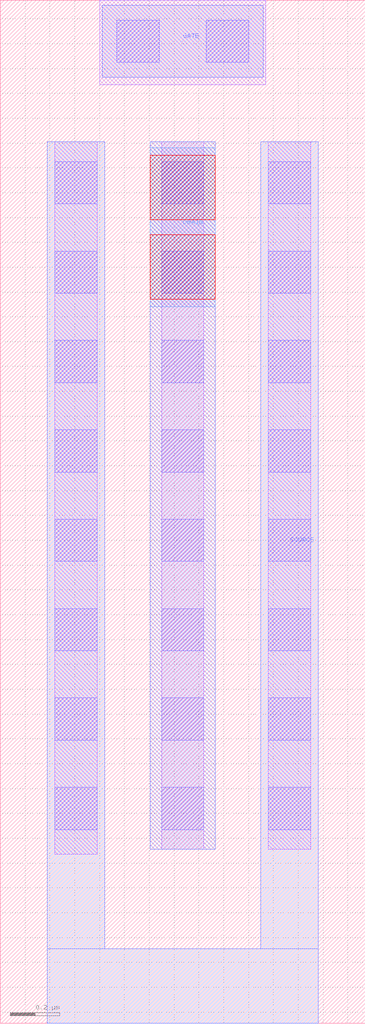
<source format=lef>
# Copyright 2020 The SkyWater PDK Authors
#
# Licensed under the Apache License, Version 2.0 (the "License");
# you may not use this file except in compliance with the License.
# You may obtain a copy of the License at
#
#     https://www.apache.org/licenses/LICENSE-2.0
#
# Unless required by applicable law or agreed to in writing, software
# distributed under the License is distributed on an "AS IS" BASIS,
# WITHOUT WARRANTIES OR CONDITIONS OF ANY KIND, either express or implied.
# See the License for the specific language governing permissions and
# limitations under the License.
#
# SPDX-License-Identifier: Apache-2.0

VERSION 5.7 ;
  NOWIREEXTENSIONATPIN ON ;
  DIVIDERCHAR "/" ;
  BUSBITCHARS "[]" ;
MACRO sky130_fd_pr__rf_pfet_01v8_aF02W3p00L0p15
  CLASS BLOCK ;
  FOREIGN sky130_fd_pr__rf_pfet_01v8_aF02W3p00L0p15 ;
  ORIGIN  0.000000  0.445000 ;
  SIZE  1.470000 BY  4.120000 ;
  PIN DRAIN
    ANTENNADIFFAREA  0.840000 ;
    PORT
      LAYER met2 ;
        RECT 0.605000 2.440000 0.865000 3.080000 ;
    END
  END DRAIN
  PIN GATE
    ANTENNAGATEAREA  0.900000 ;
    PORT
      LAYER met1 ;
        RECT 0.410000 3.365000 1.060000 3.655000 ;
    END
  END GATE
  PIN SOURCE
    ANTENNADIFFAREA  1.590000 ;
    PORT
      LAYER met1 ;
        RECT 0.190000 -0.445000 1.280000 -0.145000 ;
        RECT 0.190000 -0.145000 0.420000  3.105000 ;
        RECT 1.050000 -0.145000 1.280000  3.105000 ;
    END
  END SOURCE
  OBS
    LAYER li1 ;
      RECT 0.220000 0.235000 0.390000 3.105000 ;
      RECT 0.400000 3.335000 1.070000 3.675000 ;
      RECT 0.650000 0.255000 0.820000 3.105000 ;
      RECT 1.080000 0.255000 1.250000 3.105000 ;
    LAYER mcon ;
      RECT 0.220000 0.335000 0.390000 0.505000 ;
      RECT 0.220000 0.695000 0.390000 0.865000 ;
      RECT 0.220000 1.055000 0.390000 1.225000 ;
      RECT 0.220000 1.415000 0.390000 1.585000 ;
      RECT 0.220000 1.775000 0.390000 1.945000 ;
      RECT 0.220000 2.135000 0.390000 2.305000 ;
      RECT 0.220000 2.495000 0.390000 2.665000 ;
      RECT 0.220000 2.855000 0.390000 3.025000 ;
      RECT 0.470000 3.425000 0.640000 3.595000 ;
      RECT 0.650000 0.335000 0.820000 0.505000 ;
      RECT 0.650000 0.695000 0.820000 0.865000 ;
      RECT 0.650000 1.055000 0.820000 1.225000 ;
      RECT 0.650000 1.415000 0.820000 1.585000 ;
      RECT 0.650000 1.775000 0.820000 1.945000 ;
      RECT 0.650000 2.135000 0.820000 2.305000 ;
      RECT 0.650000 2.495000 0.820000 2.665000 ;
      RECT 0.650000 2.855000 0.820000 3.025000 ;
      RECT 0.830000 3.425000 1.000000 3.595000 ;
      RECT 1.080000 0.335000 1.250000 0.505000 ;
      RECT 1.080000 0.695000 1.250000 0.865000 ;
      RECT 1.080000 1.055000 1.250000 1.225000 ;
      RECT 1.080000 1.415000 1.250000 1.585000 ;
      RECT 1.080000 1.775000 1.250000 1.945000 ;
      RECT 1.080000 2.135000 1.250000 2.305000 ;
      RECT 1.080000 2.495000 1.250000 2.665000 ;
      RECT 1.080000 2.855000 1.250000 3.025000 ;
    LAYER met1 ;
      RECT 0.605000 0.255000 0.865000 3.105000 ;
    LAYER via ;
      RECT 0.605000 2.470000 0.865000 2.730000 ;
      RECT 0.605000 2.790000 0.865000 3.050000 ;
  END
END sky130_fd_pr__rf_pfet_01v8_aF02W3p00L0p15
END LIBRARY

</source>
